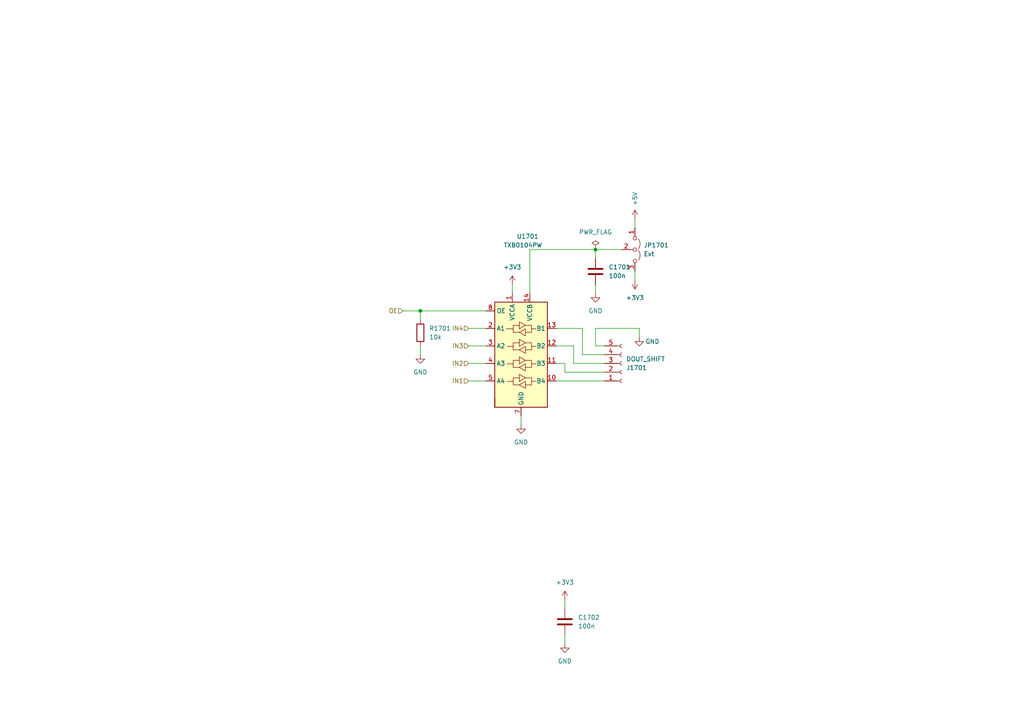
<source format=kicad_sch>
(kicad_sch (version 20211123) (generator eeschema)

  (uuid 0cc5a606-be37-46d1-80db-b26a937d99a1)

  (paper "A4")

  (lib_symbols
    (symbol "Connector:Conn_01x05_Female" (pin_names (offset 1.016) hide) (in_bom yes) (on_board yes)
      (property "Reference" "J" (id 0) (at 0 7.62 0)
        (effects (font (size 1.27 1.27)))
      )
      (property "Value" "Conn_01x05_Female" (id 1) (at 0 -7.62 0)
        (effects (font (size 1.27 1.27)))
      )
      (property "Footprint" "" (id 2) (at 0 0 0)
        (effects (font (size 1.27 1.27)) hide)
      )
      (property "Datasheet" "~" (id 3) (at 0 0 0)
        (effects (font (size 1.27 1.27)) hide)
      )
      (property "ki_keywords" "connector" (id 4) (at 0 0 0)
        (effects (font (size 1.27 1.27)) hide)
      )
      (property "ki_description" "Generic connector, single row, 01x05, script generated (kicad-library-utils/schlib/autogen/connector/)" (id 5) (at 0 0 0)
        (effects (font (size 1.27 1.27)) hide)
      )
      (property "ki_fp_filters" "Connector*:*_1x??_*" (id 6) (at 0 0 0)
        (effects (font (size 1.27 1.27)) hide)
      )
      (symbol "Conn_01x05_Female_1_1"
        (arc (start 0 -4.572) (mid -0.508 -5.08) (end 0 -5.588)
          (stroke (width 0.1524) (type default) (color 0 0 0 0))
          (fill (type none))
        )
        (arc (start 0 -2.032) (mid -0.508 -2.54) (end 0 -3.048)
          (stroke (width 0.1524) (type default) (color 0 0 0 0))
          (fill (type none))
        )
        (polyline
          (pts
            (xy -1.27 -5.08)
            (xy -0.508 -5.08)
          )
          (stroke (width 0.1524) (type default) (color 0 0 0 0))
          (fill (type none))
        )
        (polyline
          (pts
            (xy -1.27 -2.54)
            (xy -0.508 -2.54)
          )
          (stroke (width 0.1524) (type default) (color 0 0 0 0))
          (fill (type none))
        )
        (polyline
          (pts
            (xy -1.27 0)
            (xy -0.508 0)
          )
          (stroke (width 0.1524) (type default) (color 0 0 0 0))
          (fill (type none))
        )
        (polyline
          (pts
            (xy -1.27 2.54)
            (xy -0.508 2.54)
          )
          (stroke (width 0.1524) (type default) (color 0 0 0 0))
          (fill (type none))
        )
        (polyline
          (pts
            (xy -1.27 5.08)
            (xy -0.508 5.08)
          )
          (stroke (width 0.1524) (type default) (color 0 0 0 0))
          (fill (type none))
        )
        (arc (start 0 0.508) (mid -0.508 0) (end 0 -0.508)
          (stroke (width 0.1524) (type default) (color 0 0 0 0))
          (fill (type none))
        )
        (arc (start 0 3.048) (mid -0.508 2.54) (end 0 2.032)
          (stroke (width 0.1524) (type default) (color 0 0 0 0))
          (fill (type none))
        )
        (arc (start 0 5.588) (mid -0.508 5.08) (end 0 4.572)
          (stroke (width 0.1524) (type default) (color 0 0 0 0))
          (fill (type none))
        )
        (pin passive line (at -5.08 5.08 0) (length 3.81)
          (name "Pin_1" (effects (font (size 1.27 1.27))))
          (number "1" (effects (font (size 1.27 1.27))))
        )
        (pin passive line (at -5.08 2.54 0) (length 3.81)
          (name "Pin_2" (effects (font (size 1.27 1.27))))
          (number "2" (effects (font (size 1.27 1.27))))
        )
        (pin passive line (at -5.08 0 0) (length 3.81)
          (name "Pin_3" (effects (font (size 1.27 1.27))))
          (number "3" (effects (font (size 1.27 1.27))))
        )
        (pin passive line (at -5.08 -2.54 0) (length 3.81)
          (name "Pin_4" (effects (font (size 1.27 1.27))))
          (number "4" (effects (font (size 1.27 1.27))))
        )
        (pin passive line (at -5.08 -5.08 0) (length 3.81)
          (name "Pin_5" (effects (font (size 1.27 1.27))))
          (number "5" (effects (font (size 1.27 1.27))))
        )
      )
    )
    (symbol "Device:C" (pin_numbers hide) (pin_names (offset 0.254)) (in_bom yes) (on_board yes)
      (property "Reference" "C" (id 0) (at 0.635 2.54 0)
        (effects (font (size 1.27 1.27)) (justify left))
      )
      (property "Value" "C" (id 1) (at 0.635 -2.54 0)
        (effects (font (size 1.27 1.27)) (justify left))
      )
      (property "Footprint" "" (id 2) (at 0.9652 -3.81 0)
        (effects (font (size 1.27 1.27)) hide)
      )
      (property "Datasheet" "~" (id 3) (at 0 0 0)
        (effects (font (size 1.27 1.27)) hide)
      )
      (property "ki_keywords" "cap capacitor" (id 4) (at 0 0 0)
        (effects (font (size 1.27 1.27)) hide)
      )
      (property "ki_description" "Unpolarized capacitor" (id 5) (at 0 0 0)
        (effects (font (size 1.27 1.27)) hide)
      )
      (property "ki_fp_filters" "C_*" (id 6) (at 0 0 0)
        (effects (font (size 1.27 1.27)) hide)
      )
      (symbol "C_0_1"
        (polyline
          (pts
            (xy -2.032 -0.762)
            (xy 2.032 -0.762)
          )
          (stroke (width 0.508) (type default) (color 0 0 0 0))
          (fill (type none))
        )
        (polyline
          (pts
            (xy -2.032 0.762)
            (xy 2.032 0.762)
          )
          (stroke (width 0.508) (type default) (color 0 0 0 0))
          (fill (type none))
        )
      )
      (symbol "C_1_1"
        (pin passive line (at 0 3.81 270) (length 2.794)
          (name "~" (effects (font (size 1.27 1.27))))
          (number "1" (effects (font (size 1.27 1.27))))
        )
        (pin passive line (at 0 -3.81 90) (length 2.794)
          (name "~" (effects (font (size 1.27 1.27))))
          (number "2" (effects (font (size 1.27 1.27))))
        )
      )
    )
    (symbol "Device:R" (pin_numbers hide) (pin_names (offset 0)) (in_bom yes) (on_board yes)
      (property "Reference" "R" (id 0) (at 2.032 0 90)
        (effects (font (size 1.27 1.27)))
      )
      (property "Value" "R" (id 1) (at 0 0 90)
        (effects (font (size 1.27 1.27)))
      )
      (property "Footprint" "" (id 2) (at -1.778 0 90)
        (effects (font (size 1.27 1.27)) hide)
      )
      (property "Datasheet" "~" (id 3) (at 0 0 0)
        (effects (font (size 1.27 1.27)) hide)
      )
      (property "ki_keywords" "R res resistor" (id 4) (at 0 0 0)
        (effects (font (size 1.27 1.27)) hide)
      )
      (property "ki_description" "Resistor" (id 5) (at 0 0 0)
        (effects (font (size 1.27 1.27)) hide)
      )
      (property "ki_fp_filters" "R_*" (id 6) (at 0 0 0)
        (effects (font (size 1.27 1.27)) hide)
      )
      (symbol "R_0_1"
        (rectangle (start -1.016 -2.54) (end 1.016 2.54)
          (stroke (width 0.254) (type default) (color 0 0 0 0))
          (fill (type none))
        )
      )
      (symbol "R_1_1"
        (pin passive line (at 0 3.81 270) (length 1.27)
          (name "~" (effects (font (size 1.27 1.27))))
          (number "1" (effects (font (size 1.27 1.27))))
        )
        (pin passive line (at 0 -3.81 90) (length 1.27)
          (name "~" (effects (font (size 1.27 1.27))))
          (number "2" (effects (font (size 1.27 1.27))))
        )
      )
    )
    (symbol "Jumper:Jumper_3_Open" (pin_names (offset 0) hide) (in_bom yes) (on_board yes)
      (property "Reference" "JP" (id 0) (at -2.54 -2.54 0)
        (effects (font (size 1.27 1.27)))
      )
      (property "Value" "Jumper_3_Open" (id 1) (at 0 2.794 0)
        (effects (font (size 1.27 1.27)))
      )
      (property "Footprint" "" (id 2) (at 0 0 0)
        (effects (font (size 1.27 1.27)) hide)
      )
      (property "Datasheet" "~" (id 3) (at 0 0 0)
        (effects (font (size 1.27 1.27)) hide)
      )
      (property "ki_keywords" "Jumper SPDT" (id 4) (at 0 0 0)
        (effects (font (size 1.27 1.27)) hide)
      )
      (property "ki_description" "Jumper, 3-pole, both open" (id 5) (at 0 0 0)
        (effects (font (size 1.27 1.27)) hide)
      )
      (property "ki_fp_filters" "Jumper* TestPoint*3Pads* TestPoint*Bridge*" (id 6) (at 0 0 0)
        (effects (font (size 1.27 1.27)) hide)
      )
      (symbol "Jumper_3_Open_0_0"
        (circle (center -3.302 0) (radius 0.508)
          (stroke (width 0) (type default) (color 0 0 0 0))
          (fill (type none))
        )
        (circle (center 0 0) (radius 0.508)
          (stroke (width 0) (type default) (color 0 0 0 0))
          (fill (type none))
        )
        (circle (center 3.302 0) (radius 0.508)
          (stroke (width 0) (type default) (color 0 0 0 0))
          (fill (type none))
        )
      )
      (symbol "Jumper_3_Open_0_1"
        (arc (start -0.254 1.016) (mid -1.651 1.4992) (end -3.048 1.016)
          (stroke (width 0) (type default) (color 0 0 0 0))
          (fill (type none))
        )
        (polyline
          (pts
            (xy 0 -0.508)
            (xy 0 -1.27)
          )
          (stroke (width 0) (type default) (color 0 0 0 0))
          (fill (type none))
        )
        (arc (start 3.048 1.016) (mid 1.651 1.4992) (end 0.254 1.016)
          (stroke (width 0) (type default) (color 0 0 0 0))
          (fill (type none))
        )
      )
      (symbol "Jumper_3_Open_1_1"
        (pin passive line (at -6.35 0 0) (length 2.54)
          (name "A" (effects (font (size 1.27 1.27))))
          (number "1" (effects (font (size 1.27 1.27))))
        )
        (pin passive line (at 0 -3.81 90) (length 2.54)
          (name "C" (effects (font (size 1.27 1.27))))
          (number "2" (effects (font (size 1.27 1.27))))
        )
        (pin passive line (at 6.35 0 180) (length 2.54)
          (name "B" (effects (font (size 1.27 1.27))))
          (number "3" (effects (font (size 1.27 1.27))))
        )
      )
    )
    (symbol "Logic_LevelTranslator:TXB0104PW" (in_bom yes) (on_board yes)
      (property "Reference" "U" (id 0) (at -6.35 16.51 0)
        (effects (font (size 1.27 1.27)))
      )
      (property "Value" "TXB0104PW" (id 1) (at 3.81 16.51 0)
        (effects (font (size 1.27 1.27)) (justify left))
      )
      (property "Footprint" "Package_SO:TSSOP-14_4.4x5mm_P0.65mm" (id 2) (at 0 -19.05 0)
        (effects (font (size 1.27 1.27)) hide)
      )
      (property "Datasheet" "http://www.ti.com/lit/ds/symlink/txb0104.pdf" (id 3) (at 2.794 2.413 0)
        (effects (font (size 1.27 1.27)) hide)
      )
      (property "ki_keywords" "Level-Shifter CMOS-TTL-Translation" (id 4) (at 0 0 0)
        (effects (font (size 1.27 1.27)) hide)
      )
      (property "ki_description" "4-Bit Bidirectional Voltage-Level Translator, Auto Direction Sensing and ±15-kV ESD Protection, 1.2 - 3.6V APort, 1.65 - 5.5V BPort, TSSOP-14" (id 5) (at 0 0 0)
        (effects (font (size 1.27 1.27)) hide)
      )
      (property "ki_fp_filters" "TSSOP*14*5mm*P0.65mm*" (id 6) (at 0 0 0)
        (effects (font (size 1.27 1.27)) hide)
      )
      (symbol "TXB0104PW_0_1"
        (rectangle (start -7.62 -15.24) (end -7.62 -12.7)
          (stroke (width 0.254) (type default) (color 0 0 0 0))
          (fill (type none))
        )
        (rectangle (start -7.62 15.24) (end 7.62 -15.24)
          (stroke (width 0.254) (type default) (color 0 0 0 0))
          (fill (type background))
        )
        (polyline
          (pts
            (xy -2.286 -7.747)
            (xy -2.286 -6.731)
            (xy -0.508 -6.731)
          )
          (stroke (width 0) (type default) (color 0 0 0 0))
          (fill (type none))
        )
        (polyline
          (pts
            (xy -2.286 -2.667)
            (xy -2.286 -1.651)
            (xy -0.508 -1.651)
          )
          (stroke (width 0) (type default) (color 0 0 0 0))
          (fill (type none))
        )
        (polyline
          (pts
            (xy -2.286 2.413)
            (xy -2.286 3.429)
            (xy -0.508 3.429)
          )
          (stroke (width 0) (type default) (color 0 0 0 0))
          (fill (type none))
        )
        (polyline
          (pts
            (xy -2.286 7.493)
            (xy -2.286 8.509)
            (xy -0.508 8.509)
          )
          (stroke (width 0) (type default) (color 0 0 0 0))
          (fill (type none))
        )
        (polyline
          (pts
            (xy 3.048 -7.747)
            (xy 3.048 -8.763)
            (xy 1.27 -8.763)
          )
          (stroke (width 0) (type default) (color 0 0 0 0))
          (fill (type none))
        )
        (polyline
          (pts
            (xy 3.048 -2.667)
            (xy 3.048 -3.683)
            (xy 1.27 -3.683)
          )
          (stroke (width 0) (type default) (color 0 0 0 0))
          (fill (type none))
        )
        (polyline
          (pts
            (xy 3.048 2.413)
            (xy 3.048 1.397)
            (xy 1.27 1.397)
          )
          (stroke (width 0) (type default) (color 0 0 0 0))
          (fill (type none))
        )
        (polyline
          (pts
            (xy 3.048 7.493)
            (xy 3.048 6.477)
            (xy 1.27 6.477)
          )
          (stroke (width 0) (type default) (color 0 0 0 0))
          (fill (type none))
        )
        (polyline
          (pts
            (xy -0.508 -8.763)
            (xy -2.286 -8.763)
            (xy -2.286 -7.747)
            (xy -4.064 -7.747)
          )
          (stroke (width 0) (type default) (color 0 0 0 0))
          (fill (type none))
        )
        (polyline
          (pts
            (xy -0.508 -8.763)
            (xy 1.27 -7.747)
            (xy 1.27 -9.779)
            (xy -0.508 -8.763)
          )
          (stroke (width 0) (type default) (color 0 0 0 0))
          (fill (type none))
        )
        (polyline
          (pts
            (xy -0.508 -3.683)
            (xy -2.286 -3.683)
            (xy -2.286 -2.667)
            (xy -4.064 -2.667)
          )
          (stroke (width 0) (type default) (color 0 0 0 0))
          (fill (type none))
        )
        (polyline
          (pts
            (xy -0.508 -3.683)
            (xy 1.27 -2.667)
            (xy 1.27 -4.699)
            (xy -0.508 -3.683)
          )
          (stroke (width 0) (type default) (color 0 0 0 0))
          (fill (type none))
        )
        (polyline
          (pts
            (xy -0.508 1.397)
            (xy -2.286 1.397)
            (xy -2.286 2.413)
            (xy -4.064 2.413)
          )
          (stroke (width 0) (type default) (color 0 0 0 0))
          (fill (type none))
        )
        (polyline
          (pts
            (xy -0.508 1.397)
            (xy 1.27 2.413)
            (xy 1.27 0.381)
            (xy -0.508 1.397)
          )
          (stroke (width 0) (type default) (color 0 0 0 0))
          (fill (type none))
        )
        (polyline
          (pts
            (xy -0.508 6.477)
            (xy -2.286 6.477)
            (xy -2.286 7.493)
            (xy -4.318 7.493)
          )
          (stroke (width 0) (type default) (color 0 0 0 0))
          (fill (type none))
        )
        (polyline
          (pts
            (xy -0.508 6.477)
            (xy 1.27 7.493)
            (xy 1.27 5.461)
            (xy -0.508 6.477)
          )
          (stroke (width 0) (type default) (color 0 0 0 0))
          (fill (type none))
        )
        (polyline
          (pts
            (xy 1.27 -6.731)
            (xy -0.508 -7.747)
            (xy -0.508 -5.715)
            (xy 1.27 -6.731)
          )
          (stroke (width 0) (type default) (color 0 0 0 0))
          (fill (type none))
        )
        (polyline
          (pts
            (xy 1.27 -6.731)
            (xy 3.048 -6.731)
            (xy 3.048 -7.747)
            (xy 4.318 -7.747)
          )
          (stroke (width 0) (type default) (color 0 0 0 0))
          (fill (type none))
        )
        (polyline
          (pts
            (xy 1.27 -1.651)
            (xy -0.508 -2.667)
            (xy -0.508 -0.635)
            (xy 1.27 -1.651)
          )
          (stroke (width 0) (type default) (color 0 0 0 0))
          (fill (type none))
        )
        (polyline
          (pts
            (xy 1.27 -1.651)
            (xy 3.048 -1.651)
            (xy 3.048 -2.667)
            (xy 4.318 -2.667)
          )
          (stroke (width 0) (type default) (color 0 0 0 0))
          (fill (type none))
        )
        (polyline
          (pts
            (xy 1.27 3.429)
            (xy -0.508 2.413)
            (xy -0.508 4.445)
            (xy 1.27 3.429)
          )
          (stroke (width 0) (type default) (color 0 0 0 0))
          (fill (type none))
        )
        (polyline
          (pts
            (xy 1.27 3.429)
            (xy 3.048 3.429)
            (xy 3.048 2.413)
            (xy 4.318 2.413)
          )
          (stroke (width 0) (type default) (color 0 0 0 0))
          (fill (type none))
        )
        (polyline
          (pts
            (xy 1.27 8.509)
            (xy -0.508 7.493)
            (xy -0.508 9.525)
            (xy 1.27 8.509)
          )
          (stroke (width 0) (type default) (color 0 0 0 0))
          (fill (type none))
        )
        (polyline
          (pts
            (xy 1.27 8.509)
            (xy 3.048 8.509)
            (xy 3.048 7.493)
            (xy 4.318 7.493)
          )
          (stroke (width 0) (type default) (color 0 0 0 0))
          (fill (type none))
        )
      )
      (symbol "TXB0104PW_1_1"
        (pin power_in line (at -2.54 17.78 270) (length 2.54)
          (name "VCCA" (effects (font (size 1.27 1.27))))
          (number "1" (effects (font (size 1.27 1.27))))
        )
        (pin bidirectional line (at 10.16 -7.62 180) (length 2.54)
          (name "B4" (effects (font (size 1.27 1.27))))
          (number "10" (effects (font (size 1.27 1.27))))
        )
        (pin bidirectional line (at 10.16 -2.54 180) (length 2.54)
          (name "B3" (effects (font (size 1.27 1.27))))
          (number "11" (effects (font (size 1.27 1.27))))
        )
        (pin bidirectional line (at 10.16 2.54 180) (length 2.54)
          (name "B2" (effects (font (size 1.27 1.27))))
          (number "12" (effects (font (size 1.27 1.27))))
        )
        (pin bidirectional line (at 10.16 7.62 180) (length 2.54)
          (name "B1" (effects (font (size 1.27 1.27))))
          (number "13" (effects (font (size 1.27 1.27))))
        )
        (pin power_in line (at 2.54 17.78 270) (length 2.54)
          (name "VCCB" (effects (font (size 1.27 1.27))))
          (number "14" (effects (font (size 1.27 1.27))))
        )
        (pin bidirectional line (at -10.16 7.62 0) (length 2.54)
          (name "A1" (effects (font (size 1.27 1.27))))
          (number "2" (effects (font (size 1.27 1.27))))
        )
        (pin bidirectional line (at -10.16 2.54 0) (length 2.54)
          (name "A2" (effects (font (size 1.27 1.27))))
          (number "3" (effects (font (size 1.27 1.27))))
        )
        (pin bidirectional line (at -10.16 -2.54 0) (length 2.54)
          (name "A3" (effects (font (size 1.27 1.27))))
          (number "4" (effects (font (size 1.27 1.27))))
        )
        (pin bidirectional line (at -10.16 -7.62 0) (length 2.54)
          (name "A4" (effects (font (size 1.27 1.27))))
          (number "5" (effects (font (size 1.27 1.27))))
        )
        (pin no_connect line (at -10.16 -12.7 0) (length 2.54) hide
          (name "NC" (effects (font (size 1.27 1.27))))
          (number "6" (effects (font (size 1.27 1.27))))
        )
        (pin power_in line (at 0 -17.78 90) (length 2.54)
          (name "GND" (effects (font (size 1.27 1.27))))
          (number "7" (effects (font (size 1.27 1.27))))
        )
        (pin input line (at -10.16 12.7 0) (length 2.54)
          (name "OE" (effects (font (size 1.27 1.27))))
          (number "8" (effects (font (size 1.27 1.27))))
        )
        (pin no_connect line (at 10.16 -12.7 180) (length 2.54) hide
          (name "NC" (effects (font (size 1.27 1.27))))
          (number "9" (effects (font (size 1.27 1.27))))
        )
      )
    )
    (symbol "power:+3V3" (power) (pin_names (offset 0)) (in_bom yes) (on_board yes)
      (property "Reference" "#PWR" (id 0) (at 0 -3.81 0)
        (effects (font (size 1.27 1.27)) hide)
      )
      (property "Value" "+3V3" (id 1) (at 0 3.556 0)
        (effects (font (size 1.27 1.27)))
      )
      (property "Footprint" "" (id 2) (at 0 0 0)
        (effects (font (size 1.27 1.27)) hide)
      )
      (property "Datasheet" "" (id 3) (at 0 0 0)
        (effects (font (size 1.27 1.27)) hide)
      )
      (property "ki_keywords" "power-flag" (id 4) (at 0 0 0)
        (effects (font (size 1.27 1.27)) hide)
      )
      (property "ki_description" "Power symbol creates a global label with name \"+3V3\"" (id 5) (at 0 0 0)
        (effects (font (size 1.27 1.27)) hide)
      )
      (symbol "+3V3_0_1"
        (polyline
          (pts
            (xy -0.762 1.27)
            (xy 0 2.54)
          )
          (stroke (width 0) (type default) (color 0 0 0 0))
          (fill (type none))
        )
        (polyline
          (pts
            (xy 0 0)
            (xy 0 2.54)
          )
          (stroke (width 0) (type default) (color 0 0 0 0))
          (fill (type none))
        )
        (polyline
          (pts
            (xy 0 2.54)
            (xy 0.762 1.27)
          )
          (stroke (width 0) (type default) (color 0 0 0 0))
          (fill (type none))
        )
      )
      (symbol "+3V3_1_1"
        (pin power_in line (at 0 0 90) (length 0) hide
          (name "+3V3" (effects (font (size 1.27 1.27))))
          (number "1" (effects (font (size 1.27 1.27))))
        )
      )
    )
    (symbol "power:+5V" (power) (pin_names (offset 0)) (in_bom yes) (on_board yes)
      (property "Reference" "#PWR" (id 0) (at 0 -3.81 0)
        (effects (font (size 1.27 1.27)) hide)
      )
      (property "Value" "+5V" (id 1) (at 0 3.556 0)
        (effects (font (size 1.27 1.27)))
      )
      (property "Footprint" "" (id 2) (at 0 0 0)
        (effects (font (size 1.27 1.27)) hide)
      )
      (property "Datasheet" "" (id 3) (at 0 0 0)
        (effects (font (size 1.27 1.27)) hide)
      )
      (property "ki_keywords" "power-flag" (id 4) (at 0 0 0)
        (effects (font (size 1.27 1.27)) hide)
      )
      (property "ki_description" "Power symbol creates a global label with name \"+5V\"" (id 5) (at 0 0 0)
        (effects (font (size 1.27 1.27)) hide)
      )
      (symbol "+5V_0_1"
        (polyline
          (pts
            (xy -0.762 1.27)
            (xy 0 2.54)
          )
          (stroke (width 0) (type default) (color 0 0 0 0))
          (fill (type none))
        )
        (polyline
          (pts
            (xy 0 0)
            (xy 0 2.54)
          )
          (stroke (width 0) (type default) (color 0 0 0 0))
          (fill (type none))
        )
        (polyline
          (pts
            (xy 0 2.54)
            (xy 0.762 1.27)
          )
          (stroke (width 0) (type default) (color 0 0 0 0))
          (fill (type none))
        )
      )
      (symbol "+5V_1_1"
        (pin power_in line (at 0 0 90) (length 0) hide
          (name "+5V" (effects (font (size 1.27 1.27))))
          (number "1" (effects (font (size 1.27 1.27))))
        )
      )
    )
    (symbol "power:GND" (power) (pin_names (offset 0)) (in_bom yes) (on_board yes)
      (property "Reference" "#PWR" (id 0) (at 0 -6.35 0)
        (effects (font (size 1.27 1.27)) hide)
      )
      (property "Value" "GND" (id 1) (at 0 -3.81 0)
        (effects (font (size 1.27 1.27)))
      )
      (property "Footprint" "" (id 2) (at 0 0 0)
        (effects (font (size 1.27 1.27)) hide)
      )
      (property "Datasheet" "" (id 3) (at 0 0 0)
        (effects (font (size 1.27 1.27)) hide)
      )
      (property "ki_keywords" "power-flag" (id 4) (at 0 0 0)
        (effects (font (size 1.27 1.27)) hide)
      )
      (property "ki_description" "Power symbol creates a global label with name \"GND\" , ground" (id 5) (at 0 0 0)
        (effects (font (size 1.27 1.27)) hide)
      )
      (symbol "GND_0_1"
        (polyline
          (pts
            (xy 0 0)
            (xy 0 -1.27)
            (xy 1.27 -1.27)
            (xy 0 -2.54)
            (xy -1.27 -1.27)
            (xy 0 -1.27)
          )
          (stroke (width 0) (type default) (color 0 0 0 0))
          (fill (type none))
        )
      )
      (symbol "GND_1_1"
        (pin power_in line (at 0 0 270) (length 0) hide
          (name "GND" (effects (font (size 1.27 1.27))))
          (number "1" (effects (font (size 1.27 1.27))))
        )
      )
    )
    (symbol "power:PWR_FLAG" (power) (pin_numbers hide) (pin_names (offset 0) hide) (in_bom yes) (on_board yes)
      (property "Reference" "#FLG" (id 0) (at 0 1.905 0)
        (effects (font (size 1.27 1.27)) hide)
      )
      (property "Value" "PWR_FLAG" (id 1) (at 0 3.81 0)
        (effects (font (size 1.27 1.27)))
      )
      (property "Footprint" "" (id 2) (at 0 0 0)
        (effects (font (size 1.27 1.27)) hide)
      )
      (property "Datasheet" "~" (id 3) (at 0 0 0)
        (effects (font (size 1.27 1.27)) hide)
      )
      (property "ki_keywords" "power-flag" (id 4) (at 0 0 0)
        (effects (font (size 1.27 1.27)) hide)
      )
      (property "ki_description" "Special symbol for telling ERC where power comes from" (id 5) (at 0 0 0)
        (effects (font (size 1.27 1.27)) hide)
      )
      (symbol "PWR_FLAG_0_0"
        (pin power_out line (at 0 0 90) (length 0)
          (name "pwr" (effects (font (size 1.27 1.27))))
          (number "1" (effects (font (size 1.27 1.27))))
        )
      )
      (symbol "PWR_FLAG_0_1"
        (polyline
          (pts
            (xy 0 0)
            (xy 0 1.27)
            (xy -1.016 1.905)
            (xy 0 2.54)
            (xy 1.016 1.905)
            (xy 0 1.27)
          )
          (stroke (width 0) (type default) (color 0 0 0 0))
          (fill (type none))
        )
      )
    )
  )

  (junction (at 172.72 72.39) (diameter 0) (color 0 0 0 0)
    (uuid 0f4bc8ad-d030-4dd0-a432-1bb6e90c2d79)
  )
  (junction (at 121.92 90.17) (diameter 0) (color 0 0 0 0)
    (uuid c108786e-aeb2-46b0-b086-6205f06da6af)
  )

  (wire (pts (xy 161.29 110.49) (xy 175.26 110.49))
    (stroke (width 0) (type default) (color 0 0 0 0))
    (uuid 06a36f28-44fb-4b34-985a-4918aa574abe)
  )
  (wire (pts (xy 161.29 105.41) (xy 163.83 105.41))
    (stroke (width 0) (type default) (color 0 0 0 0))
    (uuid 22b61434-6f15-404a-8e96-3570235a9d55)
  )
  (wire (pts (xy 121.92 100.33) (xy 121.92 102.87))
    (stroke (width 0) (type default) (color 0 0 0 0))
    (uuid 23c1d4d9-e11c-4b28-a2f2-80f5683122fd)
  )
  (wire (pts (xy 163.83 184.15) (xy 163.83 186.69))
    (stroke (width 0) (type default) (color 0 0 0 0))
    (uuid 25733075-f1ed-45cc-9152-b30ed4a03cf2)
  )
  (wire (pts (xy 140.97 90.17) (xy 121.92 90.17))
    (stroke (width 0) (type default) (color 0 0 0 0))
    (uuid 27c8692b-b90a-4763-a974-591fbd8972d6)
  )
  (wire (pts (xy 184.15 78.74) (xy 184.15 81.28))
    (stroke (width 0) (type default) (color 0 0 0 0))
    (uuid 294aaf53-b12e-488a-ab05-6c9c06b67d7e)
  )
  (wire (pts (xy 135.89 105.41) (xy 140.97 105.41))
    (stroke (width 0) (type default) (color 0 0 0 0))
    (uuid 2b0f114a-faf3-4959-ac7a-796c723ae3f7)
  )
  (wire (pts (xy 175.26 100.33) (xy 172.72 100.33))
    (stroke (width 0) (type default) (color 0 0 0 0))
    (uuid 373cab81-793d-4eda-a7f8-a103d9063916)
  )
  (wire (pts (xy 163.83 173.99) (xy 163.83 176.53))
    (stroke (width 0) (type default) (color 0 0 0 0))
    (uuid 3897be40-9fbe-42ea-bad9-cf1c0321cfdf)
  )
  (wire (pts (xy 172.72 95.25) (xy 185.42 95.25))
    (stroke (width 0) (type default) (color 0 0 0 0))
    (uuid 3b5754a1-3f2c-48ef-86cb-b5543f3db4aa)
  )
  (wire (pts (xy 184.15 63.5) (xy 184.15 66.04))
    (stroke (width 0) (type default) (color 0 0 0 0))
    (uuid 3cfea3d0-d26c-4d0a-97bf-258e10d03715)
  )
  (wire (pts (xy 153.67 72.39) (xy 172.72 72.39))
    (stroke (width 0) (type default) (color 0 0 0 0))
    (uuid 3e1fa2fd-7492-43f6-8c95-0f0b8bccbbe1)
  )
  (wire (pts (xy 121.92 90.17) (xy 121.92 92.71))
    (stroke (width 0) (type default) (color 0 0 0 0))
    (uuid 4013507d-49f8-4fb8-8862-274c538637b5)
  )
  (wire (pts (xy 135.89 100.33) (xy 140.97 100.33))
    (stroke (width 0) (type default) (color 0 0 0 0))
    (uuid 4775053d-5032-4281-a529-1d60b05634fd)
  )
  (wire (pts (xy 161.29 95.25) (xy 168.91 95.25))
    (stroke (width 0) (type default) (color 0 0 0 0))
    (uuid 52e51634-1ae7-4c6b-8768-06aa00690542)
  )
  (wire (pts (xy 148.59 82.55) (xy 148.59 85.09))
    (stroke (width 0) (type default) (color 0 0 0 0))
    (uuid 5a25d19c-66f6-478e-a6f1-b412bdebf003)
  )
  (wire (pts (xy 163.83 107.95) (xy 163.83 105.41))
    (stroke (width 0) (type default) (color 0 0 0 0))
    (uuid 5c27a06c-99aa-4629-b31e-db20d29769d6)
  )
  (wire (pts (xy 172.72 72.39) (xy 180.34 72.39))
    (stroke (width 0) (type default) (color 0 0 0 0))
    (uuid 5de878a4-806d-43b2-b0c0-0a247cfa82eb)
  )
  (wire (pts (xy 172.72 100.33) (xy 172.72 95.25))
    (stroke (width 0) (type default) (color 0 0 0 0))
    (uuid 64c836c2-860b-46d1-9976-f4a2118b5bff)
  )
  (wire (pts (xy 166.37 105.41) (xy 175.26 105.41))
    (stroke (width 0) (type default) (color 0 0 0 0))
    (uuid 6a52014f-bc25-42cb-a9dc-8e36d7bc4375)
  )
  (wire (pts (xy 185.42 95.25) (xy 185.42 97.79))
    (stroke (width 0) (type default) (color 0 0 0 0))
    (uuid 7af43b6e-22a0-4321-bac8-75f57bd320c4)
  )
  (wire (pts (xy 135.89 110.49) (xy 140.97 110.49))
    (stroke (width 0) (type default) (color 0 0 0 0))
    (uuid 89527ea6-fc3c-41e2-b52d-45b8892ef6db)
  )
  (wire (pts (xy 153.67 72.39) (xy 153.67 85.09))
    (stroke (width 0) (type default) (color 0 0 0 0))
    (uuid 8e92d310-61e8-470e-886f-d2ccf31d45dc)
  )
  (wire (pts (xy 116.84 90.17) (xy 121.92 90.17))
    (stroke (width 0) (type default) (color 0 0 0 0))
    (uuid 914cfeaf-9115-49f9-8724-a3df3beaa04c)
  )
  (wire (pts (xy 172.72 82.55) (xy 172.72 85.09))
    (stroke (width 0) (type default) (color 0 0 0 0))
    (uuid 9a45a261-8b86-4722-8ddf-68e44f8849b1)
  )
  (wire (pts (xy 172.72 72.39) (xy 172.72 74.93))
    (stroke (width 0) (type default) (color 0 0 0 0))
    (uuid 9d4b3b43-a048-457f-bc9d-5b756c8d9e59)
  )
  (wire (pts (xy 151.13 120.65) (xy 151.13 123.19))
    (stroke (width 0) (type default) (color 0 0 0 0))
    (uuid ac32e095-b45f-488a-8917-77c9d79f4643)
  )
  (wire (pts (xy 135.89 95.25) (xy 140.97 95.25))
    (stroke (width 0) (type default) (color 0 0 0 0))
    (uuid af087061-c9eb-4781-9413-021846199dba)
  )
  (wire (pts (xy 175.26 102.87) (xy 168.91 102.87))
    (stroke (width 0) (type default) (color 0 0 0 0))
    (uuid c63949bc-fd5b-4f4a-9d1a-8e662347879e)
  )
  (wire (pts (xy 161.29 100.33) (xy 166.37 100.33))
    (stroke (width 0) (type default) (color 0 0 0 0))
    (uuid d8e874e2-47e2-4783-aa71-8379ca9e0c6b)
  )
  (wire (pts (xy 168.91 102.87) (xy 168.91 95.25))
    (stroke (width 0) (type default) (color 0 0 0 0))
    (uuid ec2ca10e-74d0-456c-8502-59a1e879ead3)
  )
  (wire (pts (xy 175.26 107.95) (xy 163.83 107.95))
    (stroke (width 0) (type default) (color 0 0 0 0))
    (uuid f05a8f4b-ae21-437b-962c-886ed83f8557)
  )
  (wire (pts (xy 166.37 100.33) (xy 166.37 105.41))
    (stroke (width 0) (type default) (color 0 0 0 0))
    (uuid f69dab12-38d9-4079-a472-bdfdd93a5585)
  )

  (hierarchical_label "IN1" (shape input) (at 135.89 110.49 180)
    (effects (font (size 1.27 1.27)) (justify right))
    (uuid 3cd9c8da-c894-4c4e-9ada-699b139a54db)
  )
  (hierarchical_label "OE" (shape input) (at 116.84 90.17 180)
    (effects (font (size 1.27 1.27)) (justify right))
    (uuid 3e2aeb30-9f50-464a-8495-5f83b2bf49ab)
  )
  (hierarchical_label "IN2" (shape input) (at 135.89 105.41 180)
    (effects (font (size 1.27 1.27)) (justify right))
    (uuid 3fe50843-d6db-4625-9026-ac11746cbf80)
  )
  (hierarchical_label "IN3" (shape input) (at 135.89 100.33 180)
    (effects (font (size 1.27 1.27)) (justify right))
    (uuid e285cdc3-67aa-4646-abb1-9c9944ec0ec7)
  )
  (hierarchical_label "IN4" (shape input) (at 135.89 95.25 180)
    (effects (font (size 1.27 1.27)) (justify right))
    (uuid f373c696-f1c2-4a5d-b3a8-f828ca271b89)
  )

  (symbol (lib_id "power:+5V") (at 184.15 63.5 0) (unit 1)
    (in_bom yes) (on_board yes) (fields_autoplaced)
    (uuid 0587ed60-7fe9-4537-bf14-8d33509dd424)
    (property "Reference" "#PWR01701" (id 0) (at 184.15 67.31 0)
      (effects (font (size 1.27 1.27)) hide)
    )
    (property "Value" "+5V" (id 1) (at 184.1501 59.69 90)
      (effects (font (size 1.27 1.27)) (justify left))
    )
    (property "Footprint" "" (id 2) (at 184.15 63.5 0)
      (effects (font (size 1.27 1.27)) hide)
    )
    (property "Datasheet" "" (id 3) (at 184.15 63.5 0)
      (effects (font (size 1.27 1.27)) hide)
    )
    (pin "1" (uuid 14fee8ff-a83d-4147-806c-e52dd8579cef))
  )

  (symbol (lib_id "power:GND") (at 163.83 186.69 0) (unit 1)
    (in_bom yes) (on_board yes) (fields_autoplaced)
    (uuid 0ff7ccf8-0e1b-40a1-95a3-d2464715122a)
    (property "Reference" "#PWR01708" (id 0) (at 163.83 193.04 0)
      (effects (font (size 1.27 1.27)) hide)
    )
    (property "Value" "GND" (id 1) (at 163.83 191.77 0))
    (property "Footprint" "" (id 2) (at 163.83 186.69 0)
      (effects (font (size 1.27 1.27)) hide)
    )
    (property "Datasheet" "" (id 3) (at 163.83 186.69 0)
      (effects (font (size 1.27 1.27)) hide)
    )
    (pin "1" (uuid 994e63a7-8a4f-49da-99aa-5ce74b046f97))
  )

  (symbol (lib_id "Connector:Conn_01x05_Female") (at 180.34 105.41 0) (mirror x) (unit 1)
    (in_bom yes) (on_board yes)
    (uuid 1ba0e7e0-61a2-4ac5-8f59-8227253a118f)
    (property "Reference" "J1701" (id 0) (at 181.61 106.68 0)
      (effects (font (size 1.27 1.27)) (justify left))
    )
    (property "Value" "DOUT_SHIFT" (id 1) (at 181.61 104.14 0)
      (effects (font (size 1.27 1.27)) (justify left))
    )
    (property "Footprint" "Connector_PinHeader_2.54mm:PinHeader_1x05_P2.54mm_Vertical" (id 2) (at 180.34 105.41 0)
      (effects (font (size 1.27 1.27)) hide)
    )
    (property "Datasheet" "~" (id 3) (at 180.34 105.41 0)
      (effects (font (size 1.27 1.27)) hide)
    )
    (pin "1" (uuid d82fa315-8603-481a-a31b-7968d70524f5))
    (pin "2" (uuid a47d01cf-8aa3-4bc5-a462-1ebc2e48a76b))
    (pin "3" (uuid e4acac6a-0823-4838-80da-0846b245b4ed))
    (pin "4" (uuid e1f3c551-706e-4ee9-9468-0f9a0eee7365))
    (pin "5" (uuid 94c0cefb-15d0-4162-b5f0-9799a6f1beed))
  )

  (symbol (lib_id "Device:C") (at 172.72 78.74 0) (unit 1)
    (in_bom yes) (on_board yes) (fields_autoplaced)
    (uuid 2c03b8dc-e09a-4723-bd49-8118b729d3ff)
    (property "Reference" "C1701" (id 0) (at 176.53 77.4699 0)
      (effects (font (size 1.27 1.27)) (justify left))
    )
    (property "Value" "100n" (id 1) (at 176.53 80.0099 0)
      (effects (font (size 1.27 1.27)) (justify left))
    )
    (property "Footprint" "Capacitor_SMD:C_0603_1608Metric" (id 2) (at 173.6852 82.55 0)
      (effects (font (size 1.27 1.27)) hide)
    )
    (property "Datasheet" "~" (id 3) (at 172.72 78.74 0)
      (effects (font (size 1.27 1.27)) hide)
    )
    (pin "1" (uuid 3f8a9cf3-9069-472a-b579-008b7c7761ab))
    (pin "2" (uuid 4ea647ea-5a86-45ca-b2a2-49598597c187))
  )

  (symbol (lib_id "Device:C") (at 163.83 180.34 0) (unit 1)
    (in_bom yes) (on_board yes) (fields_autoplaced)
    (uuid 2f3b5da9-bcc4-43a2-aa61-9dc73a67a628)
    (property "Reference" "C1702" (id 0) (at 167.64 179.0699 0)
      (effects (font (size 1.27 1.27)) (justify left))
    )
    (property "Value" "100n" (id 1) (at 167.64 181.6099 0)
      (effects (font (size 1.27 1.27)) (justify left))
    )
    (property "Footprint" "Capacitor_SMD:C_0603_1608Metric" (id 2) (at 164.7952 184.15 0)
      (effects (font (size 1.27 1.27)) hide)
    )
    (property "Datasheet" "~" (id 3) (at 163.83 180.34 0)
      (effects (font (size 1.27 1.27)) hide)
    )
    (pin "1" (uuid 8e9de5a0-98de-4cc3-9ec9-bd211e93f364))
    (pin "2" (uuid f62e07dd-86bf-46a3-b720-7b3c26458a71))
  )

  (symbol (lib_id "power:+3V3") (at 148.59 82.55 0) (unit 1)
    (in_bom yes) (on_board yes) (fields_autoplaced)
    (uuid 32eba9df-f577-4781-8416-3e006384fbd8)
    (property "Reference" "#PWR01702" (id 0) (at 148.59 86.36 0)
      (effects (font (size 1.27 1.27)) hide)
    )
    (property "Value" "+3V3" (id 1) (at 148.59 77.47 0))
    (property "Footprint" "" (id 2) (at 148.59 82.55 0)
      (effects (font (size 1.27 1.27)) hide)
    )
    (property "Datasheet" "" (id 3) (at 148.59 82.55 0)
      (effects (font (size 1.27 1.27)) hide)
    )
    (pin "1" (uuid 3018ca3f-5616-4c18-81f0-f06dfda2f6f2))
  )

  (symbol (lib_id "power:GND") (at 185.42 97.79 0) (unit 1)
    (in_bom yes) (on_board yes)
    (uuid 3dcc1f62-aaa1-43d3-b195-2d4e595f6738)
    (property "Reference" "#PWR01704" (id 0) (at 185.42 104.14 0)
      (effects (font (size 1.27 1.27)) hide)
    )
    (property "Value" "GND" (id 1) (at 189.23 99.06 0))
    (property "Footprint" "" (id 2) (at 185.42 97.79 0)
      (effects (font (size 1.27 1.27)) hide)
    )
    (property "Datasheet" "" (id 3) (at 185.42 97.79 0)
      (effects (font (size 1.27 1.27)) hide)
    )
    (pin "1" (uuid 439a8ca5-e5a0-4733-8071-3fb765847b5e))
  )

  (symbol (lib_id "power:GND") (at 172.72 85.09 0) (unit 1)
    (in_bom yes) (on_board yes) (fields_autoplaced)
    (uuid 3ead9bfb-fde9-43de-8eaf-d643630fa429)
    (property "Reference" "#PWR01703" (id 0) (at 172.72 91.44 0)
      (effects (font (size 1.27 1.27)) hide)
    )
    (property "Value" "GND" (id 1) (at 172.72 90.17 0))
    (property "Footprint" "" (id 2) (at 172.72 85.09 0)
      (effects (font (size 1.27 1.27)) hide)
    )
    (property "Datasheet" "" (id 3) (at 172.72 85.09 0)
      (effects (font (size 1.27 1.27)) hide)
    )
    (pin "1" (uuid 6b6bb332-8959-47b5-a7a0-bd8eb7fb347f))
  )

  (symbol (lib_id "power:+3V3") (at 184.15 81.28 180) (unit 1)
    (in_bom yes) (on_board yes) (fields_autoplaced)
    (uuid 5c0c8e46-041a-46d7-ac90-986722786763)
    (property "Reference" "#PWR0140" (id 0) (at 184.15 77.47 0)
      (effects (font (size 1.27 1.27)) hide)
    )
    (property "Value" "+3V3" (id 1) (at 184.15 86.36 0))
    (property "Footprint" "" (id 2) (at 184.15 81.28 0)
      (effects (font (size 1.27 1.27)) hide)
    )
    (property "Datasheet" "" (id 3) (at 184.15 81.28 0)
      (effects (font (size 1.27 1.27)) hide)
    )
    (pin "1" (uuid ce1ea2db-e83e-4dec-b91a-2562ebd382d5))
  )

  (symbol (lib_id "power:+3V3") (at 163.83 173.99 0) (unit 1)
    (in_bom yes) (on_board yes) (fields_autoplaced)
    (uuid 61397ed9-d344-4471-8e59-53f775285793)
    (property "Reference" "#PWR01707" (id 0) (at 163.83 177.8 0)
      (effects (font (size 1.27 1.27)) hide)
    )
    (property "Value" "+3V3" (id 1) (at 163.83 168.91 0))
    (property "Footprint" "" (id 2) (at 163.83 173.99 0)
      (effects (font (size 1.27 1.27)) hide)
    )
    (property "Datasheet" "" (id 3) (at 163.83 173.99 0)
      (effects (font (size 1.27 1.27)) hide)
    )
    (pin "1" (uuid 75b31066-fc17-416b-aca9-224d7c7b4825))
  )

  (symbol (lib_id "power:PWR_FLAG") (at 172.72 72.39 0) (unit 1)
    (in_bom yes) (on_board yes) (fields_autoplaced)
    (uuid 646fb0a6-590e-4d49-a09e-1b0059f517ce)
    (property "Reference" "#FLG01701" (id 0) (at 172.72 70.485 0)
      (effects (font (size 1.27 1.27)) hide)
    )
    (property "Value" "PWR_FLAG" (id 1) (at 172.72 67.31 0))
    (property "Footprint" "" (id 2) (at 172.72 72.39 0)
      (effects (font (size 1.27 1.27)) hide)
    )
    (property "Datasheet" "~" (id 3) (at 172.72 72.39 0)
      (effects (font (size 1.27 1.27)) hide)
    )
    (pin "1" (uuid 65b31e85-da9f-4700-8ee2-3dd441f62e65))
  )

  (symbol (lib_id "power:GND") (at 121.92 102.87 0) (unit 1)
    (in_bom yes) (on_board yes) (fields_autoplaced)
    (uuid 9036091d-b306-406f-8804-0d550eb1d360)
    (property "Reference" "#PWR01705" (id 0) (at 121.92 109.22 0)
      (effects (font (size 1.27 1.27)) hide)
    )
    (property "Value" "GND" (id 1) (at 121.92 107.95 0))
    (property "Footprint" "" (id 2) (at 121.92 102.87 0)
      (effects (font (size 1.27 1.27)) hide)
    )
    (property "Datasheet" "" (id 3) (at 121.92 102.87 0)
      (effects (font (size 1.27 1.27)) hide)
    )
    (pin "1" (uuid 51100c86-0250-4904-a952-f0bd94c8ae7a))
  )

  (symbol (lib_id "power:GND") (at 151.13 123.19 0) (unit 1)
    (in_bom yes) (on_board yes) (fields_autoplaced)
    (uuid 98abccb4-592b-48aa-acb4-a75929a9c4e9)
    (property "Reference" "#PWR01706" (id 0) (at 151.13 129.54 0)
      (effects (font (size 1.27 1.27)) hide)
    )
    (property "Value" "GND" (id 1) (at 151.13 128.27 0))
    (property "Footprint" "" (id 2) (at 151.13 123.19 0)
      (effects (font (size 1.27 1.27)) hide)
    )
    (property "Datasheet" "" (id 3) (at 151.13 123.19 0)
      (effects (font (size 1.27 1.27)) hide)
    )
    (pin "1" (uuid 3e5c0b20-185f-44ef-9342-ac7333fa65d9))
  )

  (symbol (lib_id "Device:R") (at 121.92 96.52 0) (unit 1)
    (in_bom yes) (on_board yes) (fields_autoplaced)
    (uuid a938ebc5-1764-4c59-a6bc-40791759f032)
    (property "Reference" "R1701" (id 0) (at 124.46 95.2499 0)
      (effects (font (size 1.27 1.27)) (justify left))
    )
    (property "Value" "10k" (id 1) (at 124.46 97.7899 0)
      (effects (font (size 1.27 1.27)) (justify left))
    )
    (property "Footprint" "Resistor_SMD:R_0603_1608Metric" (id 2) (at 120.142 96.52 90)
      (effects (font (size 1.27 1.27)) hide)
    )
    (property "Datasheet" "~" (id 3) (at 121.92 96.52 0)
      (effects (font (size 1.27 1.27)) hide)
    )
    (pin "1" (uuid 34a80e5b-21cb-445a-b7af-549f2f928f39))
    (pin "2" (uuid 0bbae202-087d-48d8-ab16-db44f073e0b3))
  )

  (symbol (lib_id "Logic_LevelTranslator:TXB0104PW") (at 151.13 102.87 0) (unit 1)
    (in_bom yes) (on_board yes)
    (uuid bd0be734-3a74-4d9d-8cdb-e400a732b20c)
    (property "Reference" "U1701" (id 0) (at 149.86 68.58 0)
      (effects (font (size 1.27 1.27)) (justify left))
    )
    (property "Value" "TXB0104PW" (id 1) (at 146.05 71.12 0)
      (effects (font (size 1.27 1.27)) (justify left))
    )
    (property "Footprint" "Package_SO:TSSOP-14_4.4x5mm_P0.65mm" (id 2) (at 151.13 121.92 0)
      (effects (font (size 1.27 1.27)) hide)
    )
    (property "Datasheet" "http://www.ti.com/lit/ds/symlink/txb0104.pdf" (id 3) (at 153.924 100.457 0)
      (effects (font (size 1.27 1.27)) hide)
    )
    (pin "1" (uuid d6aa0f77-9791-4430-889a-4fbbda2f1960))
    (pin "10" (uuid 234c9361-03a3-40fa-9b11-a7f2d040ea02))
    (pin "11" (uuid 583cd7e8-be47-4066-bf93-f9f41ff14de4))
    (pin "12" (uuid 5b13d5be-a7cc-4fea-b983-673cdcef3ce9))
    (pin "13" (uuid 40d25347-aa21-4f81-8fa5-5f25b95da890))
    (pin "14" (uuid c31916db-39b1-474d-9c47-12a31e01ccda))
    (pin "2" (uuid 3e432ac1-b0f6-4fa6-a99e-a993b71b6831))
    (pin "3" (uuid 836064e3-8c95-41f3-ac54-70b3777422f7))
    (pin "4" (uuid 3dfdc827-c6f4-4728-b03f-1a50a0315e1d))
    (pin "5" (uuid 9697dfa0-3e53-4b1f-b331-f4a327711845))
    (pin "6" (uuid 6bdf0338-af92-43d2-b75a-08d217e1aa3b))
    (pin "7" (uuid 0a7cf950-25b6-469f-b830-714df3ef6d8a))
    (pin "8" (uuid 843d51e4-af9d-4964-9009-dc51529ee69f))
    (pin "9" (uuid 3104ea19-8581-4d46-ac50-f847fc5cfaa7))
  )

  (symbol (lib_id "Jumper:Jumper_3_Open") (at 184.15 72.39 270) (unit 1)
    (in_bom yes) (on_board yes) (fields_autoplaced)
    (uuid ff113c15-07d0-4fe7-ad2f-d86e684ef57a)
    (property "Reference" "JP1701" (id 0) (at 186.69 71.1199 90)
      (effects (font (size 1.27 1.27)) (justify left))
    )
    (property "Value" "Ext" (id 1) (at 186.69 73.6599 90)
      (effects (font (size 1.27 1.27)) (justify left))
    )
    (property "Footprint" "Connector_PinHeader_2.54mm:PinHeader_1x03_P2.54mm_Vertical" (id 2) (at 184.15 72.39 0)
      (effects (font (size 1.27 1.27)) hide)
    )
    (property "Datasheet" "~" (id 3) (at 184.15 72.39 0)
      (effects (font (size 1.27 1.27)) hide)
    )
    (pin "1" (uuid 8e53b7ea-4b1e-4a80-9a70-81fb720c2a9d))
    (pin "2" (uuid 8053ed97-6c7d-463a-b254-603cc84d17ee))
    (pin "3" (uuid c92062ed-ea93-4a3f-b9c8-43f5b2e395cc))
  )
)

</source>
